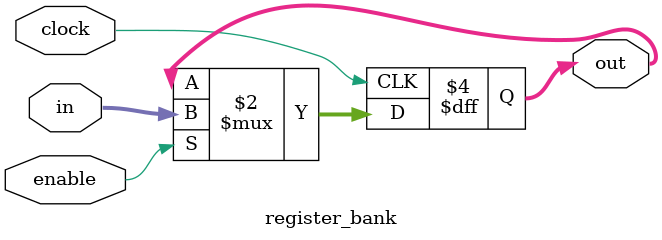
<source format=v>
module register_bank(in, enable, clock, out);

	input enable, clock;
	input [15:0] in;
	output reg [15:0] out;

	always @ (posedge clock)
	begin
		if(enable)
		begin
			out <= in;
		end
	end

endmodule

</source>
